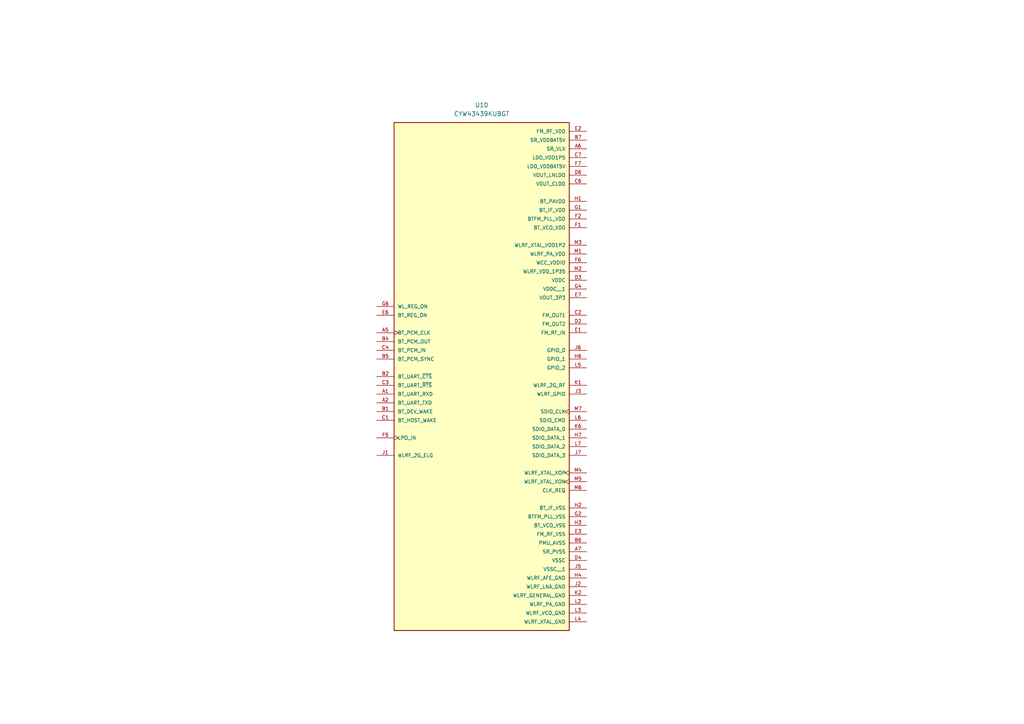
<source format=kicad_sch>
(kicad_sch (version 20230121) (generator eeschema)
  (paper "A4")
  (lib_symbols
    (symbol "CYW43439KUBGT:CYW43439KUBGT" (pin_names (offset 1.016))
      (property "Reference" "U" (at -25.4 73.66 0))
      (property "Value" "CYW43439KUBGT" (at -25.4 -78.74 0))
      (symbol "CYW43439KUBGT_0_0"
        (rectangle (start -25.4 -76.2) (end 25.4 71.12) (stroke (width 0.254)) (fill (type background)))
        (pin input line (at -30.48 -7.62 0) (length 5.08) (name "BT_UART_RXD") (number "A1"))
        (pin output line (at -30.48 -10.16 0) (length 5.08) (name "BT_UART_TXD") (number "A2"))
        (pin bidirectional clock (at -30.48 10.16 0) (length 5.08) (name "BT_PCM_CLK") (number "A5"))
        (pin power_in line (at 30.48 63.5 180) (length 5.08) (name "SR_VLX") (number "A6"))
        (pin power_in line (at 30.48 -53.34 180) (length 5.08) (name "SR_PVSS") (number "A7"))
        (pin bidirectional line (at -30.48 -12.7 0) (length 5.08) (name "BT_DEV_WAKE") (number "B1"))
        (pin input line (at -30.48 -2.54 0) (length 5.08) (name "BT_UART_~{CTS}") (number "B2"))
        (pin output line (at -30.48 7.62 0) (length 5.08) (name "BT_PCM_OUT") (number "B4"))
        (pin bidirectional line (at -30.48 2.54 0) (length 5.08) (name "BT_PCM_SYNC") (number "B5"))
        (pin power_in line (at 30.48 -50.8 180) (length 5.08) (name "PMU_AVSS") (number "B6"))
        (pin power_in line (at 30.48 66.04 180) (length 5.08) (name "SR_VDDBAT5V") (number "B7"))
        (pin bidirectional line (at -30.48 -15.24 0) (length 5.08) (name "BT_HOST_WAKE") (number "C1"))
        (pin output line (at 30.48 15.24 180) (length 5.08) (name "FM_OUT1") (number "C2"))
        (pin output line (at -30.48 -5.08 0) (length 5.08) (name "BT_UART_~{RTS}") (number "C3"))
        (pin input line (at -30.48 5.08 0) (length 5.08) (name "BT_PCM_IN") (number "C4"))
        (pin power_in line (at 30.48 53.34 180) (length 5.08) (name "VOUT_CLDO") (number "C6"))
        (pin power_in line (at 30.48 60.96 180) (length 5.08) (name "LDO_VDD1P5") (number "C7"))
        (pin output line (at 30.48 12.7 180) (length 5.08) (name "FM_OUT2") (number "D2"))
        (pin power_in line (at 30.48 25.4 180) (length 5.08) (name "VDDC") (number "D3"))
        (pin power_in line (at 30.48 -55.88 180) (length 5.08) (name "VSSC") (number "D4"))
        (pin power_in line (at 30.48 55.88 180) (length 5.08) (name "VOUT_LNLDO") (number "D6"))
        (pin input line (at 30.48 10.16 180) (length 5.08) (name "FM_RF_IN") (number "E1"))
        (pin bidirectional line (at 30.48 68.58 180) (length 5.08) (name "FM_RF_VDD") (number "E2"))
        (pin power_in line (at 30.48 -48.26 180) (length 5.08) (name "FM_RF_VSS") (number "E3"))
        (pin input line (at -30.48 15.24 0) (length 5.08) (name "BT_REG_ON") (number "E6"))
        (pin power_in line (at 30.48 20.32 180) (length 5.08) (name "VOUT_3P3") (number "E7"))
        (pin power_in line (at 30.48 40.64 180) (length 5.08) (name "BT_VCO_VDD") (number "F1"))
        (pin power_in line (at 30.48 43.18 180) (length 5.08) (name "BTFM_PLL_VDD") (number "F2"))
        (pin input clock (at -30.48 -20.32 0) (length 5.08) (name "LPO_IN") (number "F5"))
        (pin power_in line (at 30.48 30.48 180) (length 5.08) (name "WCC_VDDIO") (number "F6"))
        (pin power_in line (at 30.48 58.42 180) (length 5.08) (name "LDO_VDDBAT5V") (number "F7"))
        (pin power_in line (at 30.48 45.72 180) (length 5.08) (name "BT_IF_VDD") (number "G1"))
        (pin power_in line (at 30.48 -43.18 180) (length 5.08) (name "BTFM_PLL_VSS") (number "G2"))
        (pin power_in line (at 30.48 22.86 180) (length 5.08) (name "VDDC__1") (number "G4"))
        (pin input line (at -30.48 17.78 0) (length 5.08) (name "WL_REG_ON") (number "G6"))
        (pin power_in line (at 30.48 48.26 180) (length 5.08) (name "BT_PAVDD") (number "H1"))
        (pin power_in line (at 30.48 -40.64 180) (length 5.08) (name "BT_IF_VSS") (number "H2"))
        (pin power_in line (at 30.48 -45.72 180) (length 5.08) (name "BT_VCO_VSS") (number "H3"))
        (pin power_in line (at 30.48 -60.96 180) (length 5.08) (name "WLRF_AFE_GND") (number "H4"))
        (pin bidirectional line (at 30.48 2.54 180) (length 5.08) (name "GPIO_1") (number "H6"))
        (pin bidirectional line (at 30.48 -20.32 180) (length 5.08) (name "SDIO_DATA_1") (number "H7"))
        (pin input line (at -30.48 -25.4 0) (length 5.08) (name "WLRF_2G_ELG") (number "J1"))
        (pin power_in line (at 30.48 -63.5 180) (length 5.08) (name "WLRF_LNA_GND") (number "J2"))
        (pin bidirectional line (at 30.48 -7.62 180) (length 5.08) (name "WLRF_GPIO") (number "J3"))
        (pin power_in line (at 30.48 -58.42 180) (length 5.08) (name "VSSC__1") (number "J5"))
        (pin bidirectional line (at 30.48 5.08 180) (length 5.08) (name "GPIO_0") (number "J6"))
        (pin bidirectional line (at 30.48 -25.4 180) (length 5.08) (name "SDIO_DATA_3") (number "J7"))
        (pin output line (at 30.48 -5.08 180) (length 5.08) (name "WLRF_2G_RF") (number "K1"))
        (pin power_in line (at 30.48 -66.04 180) (length 5.08) (name "WLRF_GENERAL_GND") (number "K2"))
        (pin bidirectional line (at 30.48 -17.78 180) (length 5.08) (name "SDIO_DATA_0") (number "K6"))
        (pin power_in line (at 30.48 -68.58 180) (length 5.08) (name "WLRF_PA_GND") (number "L2"))
        (pin power_in line (at 30.48 -71.12 180) (length 5.08) (name "WLRF_VCO_GND") (number "L3"))
        (pin power_in line (at 30.48 -73.66 180) (length 5.08) (name "WLRF_XTAL_GND") (number "L4"))
        (pin bidirectional line (at 30.48 0 180) (length 5.08) (name "GPIO_2") (number "L5"))
        (pin bidirectional line (at 30.48 -15.24 180) (length 5.08) (name "SDIO_CMD") (number "L6"))
        (pin bidirectional line (at 30.48 -22.86 180) (length 5.08) (name "SDIO_DATA_2") (number "L7"))
        (pin power_in line (at 30.48 33.02 180) (length 5.08) (name "WLRF_PA_VDD") (number "M1"))
        (pin power_in line (at 30.48 27.94 180) (length 5.08) (name "WLRF_VDD_1P35") (number "M2"))
        (pin power_in line (at 30.48 35.56 180) (length 5.08) (name "WLRF_XTAL_VDD1P2") (number "M3"))
        (pin input clock (at 30.48 -30.48 180) (length 5.08) (name "WLRF_XTAL_XOP") (number "M4"))
        (pin output clock (at 30.48 -33.02 180) (length 5.08) (name "WLRF_XTAL_XON") (number "M5"))
        (pin output line (at 30.48 -35.56 180) (length 5.08) (name "CLK_REQ") (number "M6"))
        (pin input clock (at 30.48 -12.7 180) (length 5.08) (name "SDIO_CLK") (number "M7"))
      )
    )
  )
  (symbol (lib_id "CYW43439KUBGT:CYW43439KUBGT") (at 139.7 106.68 0) (unit 1)
    (property "Reference" "U10" (at 139.7 30.48 0))
    (property "Value" "CYW43439KUBGT" (at 139.7 33.02 0))
    (property "Footprint" "revparts4:BGA63N40P7X12_287X487X55N" (effects hide))
    (property "PARTREV" "D" (effects hide))
    (property "STANDARD" "IPC-7351B" (effects hide))
    (property "MAXIMUM_PACKAGE_HEIGHT" "0.55mm" (effects hide))
    (property "MANUFACTURER" "Infineon" (effects hide))
  )
)
</source>
